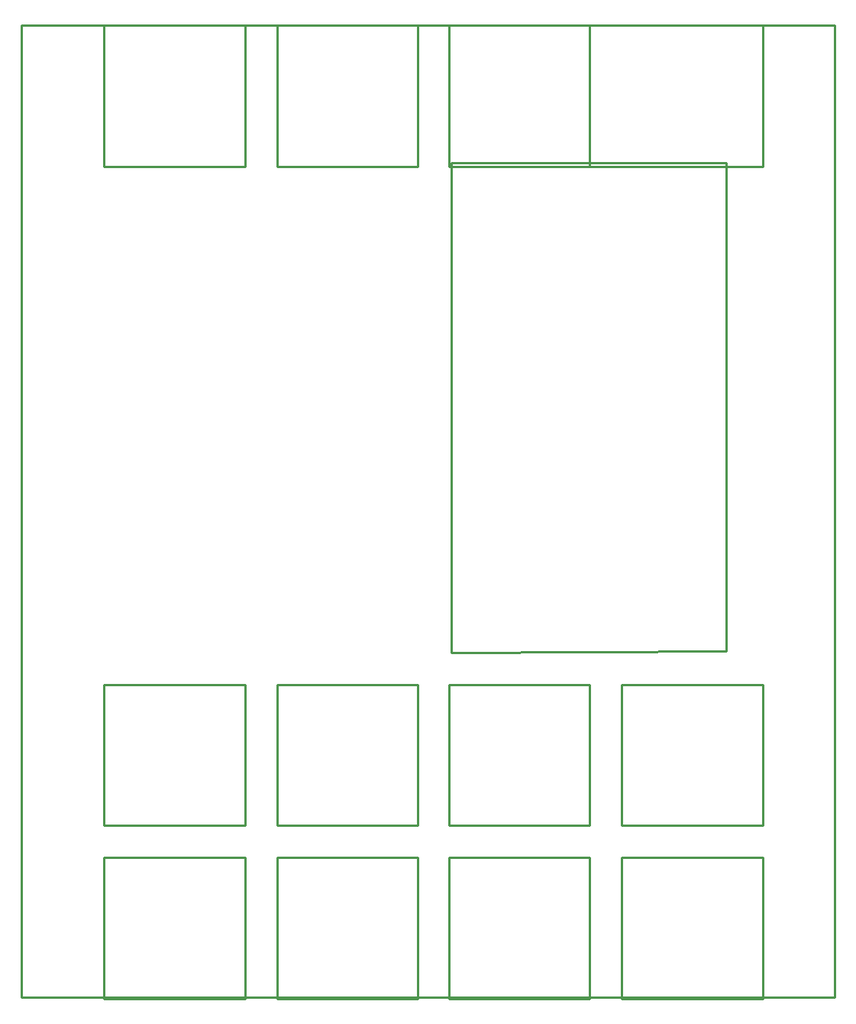
<source format=gko>
G04 Layer: BoardOutlineLayer*
G04 EasyEDA v6.5.29, 2023-07-16 15:11:24*
G04 4815ca597486458abc7986fe6b47f49f,5a6b42c53f6a479593ecc07194224c93,10*
G04 Gerber Generator version 0.2*
G04 Scale: 100 percent, Rotated: No, Reflected: No *
G04 Dimensions in millimeters *
G04 leading zeros omitted , absolute positions ,4 integer and 5 decimal *
%FSLAX45Y45*%
%MOMM*%

%ADD10C,0.2540*%
D10*
X0Y11633200D02*
G01*
X9017000Y11633200D01*
X9016982Y863597D01*
X0Y863597D01*
X0Y11633200D01*
X4762489Y10109179D02*
G01*
X4762489Y4686279D01*
X4762489Y4686279D02*
G01*
X7810190Y4696480D01*
X7810190Y4696480D02*
G01*
X7810489Y10109179D01*
X7810489Y10109179D02*
G01*
X4762489Y10109179D01*
X914400Y4330700D02*
G01*
X914400Y2768600D01*
X914400Y2768600D02*
G01*
X2476500Y2768600D01*
X2476500Y2768600D02*
G01*
X2476500Y4330700D01*
X2476500Y4330700D02*
G01*
X914400Y4330700D01*
X2832100Y4330700D02*
G01*
X2832100Y2768600D01*
X2832100Y2768600D02*
G01*
X4394200Y2768600D01*
X4394200Y2768600D02*
G01*
X4394200Y4330700D01*
X4394200Y4330700D02*
G01*
X2832100Y4330700D01*
X4737100Y4330700D02*
G01*
X4737100Y2768600D01*
X4737100Y2768600D02*
G01*
X6299200Y2768600D01*
X6299200Y2768600D02*
G01*
X6299200Y4330700D01*
X6299200Y4330700D02*
G01*
X4737100Y4330700D01*
X6654800Y4330700D02*
G01*
X6654800Y2768600D01*
X6654800Y2768600D02*
G01*
X8216900Y2768600D01*
X8216900Y2768600D02*
G01*
X8216900Y4330700D01*
X8216900Y4330700D02*
G01*
X6654800Y4330700D01*
X6654797Y2412994D02*
G01*
X6654797Y850894D01*
X6654797Y850894D02*
G01*
X8216897Y850894D01*
X8216897Y850894D02*
G01*
X8216897Y2412994D01*
X8216897Y2412994D02*
G01*
X6654797Y2412994D01*
X4737097Y2412994D02*
G01*
X4737097Y850894D01*
X4737097Y850894D02*
G01*
X6299197Y850894D01*
X6299197Y850894D02*
G01*
X6299197Y2412994D01*
X6299197Y2412994D02*
G01*
X4737097Y2412994D01*
X2832097Y2412994D02*
G01*
X2832097Y850894D01*
X2832097Y850894D02*
G01*
X4394197Y850894D01*
X4394197Y850894D02*
G01*
X4394197Y2412994D01*
X4394197Y2412994D02*
G01*
X2832097Y2412994D01*
X914397Y2412994D02*
G01*
X914397Y850894D01*
X914397Y850894D02*
G01*
X2476497Y850894D01*
X2476497Y850894D02*
G01*
X2476497Y2412994D01*
X2476497Y2412994D02*
G01*
X914397Y2412994D01*
X914400Y11633200D02*
G01*
X914400Y10071100D01*
X914400Y10071100D02*
G01*
X2476500Y10071100D01*
X2476500Y10071100D02*
G01*
X2476500Y11633200D01*
X2476500Y11633200D02*
G01*
X914400Y11633200D01*
X2832100Y11633200D02*
G01*
X2832100Y10071100D01*
X2832100Y10071100D02*
G01*
X4394200Y10071100D01*
X4394200Y10071100D02*
G01*
X4394200Y11633200D01*
X4394200Y11633200D02*
G01*
X2832100Y11633200D01*
X4737100Y11633200D02*
G01*
X4737100Y10071100D01*
X4737100Y10071100D02*
G01*
X6299200Y10071100D01*
X6299200Y10071100D02*
G01*
X6299200Y11633200D01*
X6299200Y11633200D02*
G01*
X4737100Y11633200D01*
X6299200Y11633200D02*
G01*
X6299200Y10071100D01*
X6299200Y10071100D02*
G01*
X8216900Y10071100D01*
X8216900Y10071100D02*
G01*
X8216900Y11633200D01*
X8216900Y11633200D02*
G01*
X6299200Y11633200D01*

%LPD*%
M02*

</source>
